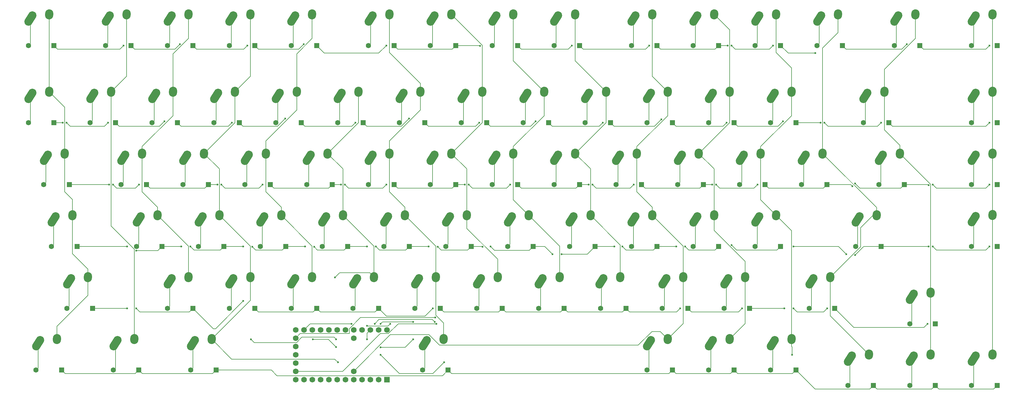
<source format=gbr>
%TF.GenerationSoftware,KiCad,Pcbnew,9.0.2*%
%TF.CreationDate,2025-11-06T13:36:45-05:00*%
%TF.ProjectId,750-THR-Earthtyper,3735302d-5448-4522-9d45-617274687479,rev?*%
%TF.SameCoordinates,Original*%
%TF.FileFunction,Copper,L1,Top*%
%TF.FilePolarity,Positive*%
%FSLAX46Y46*%
G04 Gerber Fmt 4.6, Leading zero omitted, Abs format (unit mm)*
G04 Created by KiCad (PCBNEW 9.0.2) date 2025-11-06 13:36:45*
%MOMM*%
%LPD*%
G01*
G04 APERTURE LIST*
G04 Aperture macros list*
%AMHorizOval*
0 Thick line with rounded ends*
0 $1 width*
0 $2 $3 position (X,Y) of the first rounded end (center of the circle)*
0 $4 $5 position (X,Y) of the second rounded end (center of the circle)*
0 Add line between two ends*
20,1,$1,$2,$3,$4,$5,0*
0 Add two circle primitives to create the rounded ends*
1,1,$1,$2,$3*
1,1,$1,$4,$5*%
G04 Aperture macros list end*
%TA.AperFunction,ComponentPad*%
%ADD10HorizOval,2.500000X-0.604462X-0.948815X0.604462X0.948815X0*%
%TD*%
%TA.AperFunction,ComponentPad*%
%ADD11HorizOval,2.500000X-0.019724X-0.289328X0.019724X0.289328X0*%
%TD*%
%TA.AperFunction,ComponentPad*%
%ADD12R,1.600000X1.600000*%
%TD*%
%TA.AperFunction,ComponentPad*%
%ADD13C,1.600000*%
%TD*%
%TA.AperFunction,ComponentPad*%
%ADD14R,1.752600X1.752600*%
%TD*%
%TA.AperFunction,ComponentPad*%
%ADD15C,1.752600*%
%TD*%
%TA.AperFunction,ViaPad*%
%ADD16C,0.600000*%
%TD*%
%TA.AperFunction,Conductor*%
%ADD17C,0.200000*%
%TD*%
G04 APERTURE END LIST*
D10*
%TO.P,K40,1*%
%TO.N,Net-(D40-A)*%
X174043350Y84050700D03*
D11*
%TO.P,K40,2*%
%TO.N,col10*%
X179818350Y85320700D03*
%TD*%
D10*
%TO.P,K8,1*%
%TO.N,Net-(D8-A)*%
X136146550Y126684600D03*
D11*
%TO.P,K8,2*%
%TO.N,col8*%
X141921550Y127954600D03*
%TD*%
D10*
%TO.P,K58,1*%
%TO.N,Net-(D58-A)*%
X247468400Y65102300D03*
D11*
%TO.P,K58,2*%
%TO.N,col13*%
X253243400Y66372300D03*
%TD*%
D10*
%TO.P,K75,1*%
%TO.N,Net-(D75-A)*%
X114829600Y27205500D03*
D11*
%TO.P,K75,2*%
%TO.N,col6*%
X120604600Y28475500D03*
%TD*%
D10*
%TO.P,K76,1*%
%TO.N,Net-(D76-A)*%
X183517550Y27205500D03*
D11*
%TO.P,K76,2*%
%TO.N,col10*%
X189292550Y28475500D03*
%TD*%
D10*
%TO.P,K50,1*%
%TO.N,Net-(D50-A)*%
X84038450Y65102300D03*
D11*
%TO.P,K50,2*%
%TO.N,col5*%
X89813450Y66372300D03*
%TD*%
D10*
%TO.P,K48,1*%
%TO.N,Net-(D48-A)*%
X46141650Y65102300D03*
D11*
%TO.P,K48,2*%
%TO.N,col3*%
X51916650Y66372300D03*
%TD*%
D10*
%TO.P,K23,1*%
%TO.N,Net-(D23-A)*%
X126672350Y102999100D03*
D11*
%TO.P,K23,2*%
%TO.N,col7*%
X132447350Y104269100D03*
%TD*%
D10*
%TO.P,K69,1*%
%TO.N,Net-(D69-A)*%
X188254650Y46153900D03*
D11*
%TO.P,K69,2*%
%TO.N,col10*%
X194029650Y47423900D03*
%TD*%
D10*
%TO.P,K54,1*%
%TO.N,Net-(D54-A)*%
X159832050Y65102300D03*
D11*
%TO.P,K54,2*%
%TO.N,col9*%
X165607050Y66372300D03*
%TD*%
D10*
%TO.P,K51,1*%
%TO.N,Net-(D51-A)*%
X102986850Y65102300D03*
D11*
%TO.P,K51,2*%
%TO.N,col6*%
X108761850Y66372300D03*
%TD*%
D10*
%TO.P,K63,1*%
%TO.N,Net-(D63-A)*%
X74564250Y46153900D03*
D11*
%TO.P,K63,2*%
%TO.N,col4*%
X80339250Y47423900D03*
%TD*%
D10*
%TO.P,K14,1*%
%TO.N,Net-(D14-A)*%
X259311150Y126684600D03*
D11*
%TO.P,K14,2*%
%TO.N,col14*%
X265086150Y127954600D03*
%TD*%
D10*
%TO.P,K43,1*%
%TO.N,Net-(D43-A)*%
X230888550Y84050700D03*
D11*
%TO.P,K43,2*%
%TO.N,col13*%
X236663550Y85320700D03*
%TD*%
D10*
%TO.P,K44,1*%
%TO.N,Net-(D44-A)*%
X254574050Y84050700D03*
D11*
%TO.P,K44,2*%
%TO.N,col14*%
X260349050Y85320700D03*
%TD*%
D10*
%TO.P,K57,1*%
%TO.N,Net-(D57-A)*%
X216677250Y65102300D03*
D11*
%TO.P,K57,2*%
%TO.N,col12*%
X222452250Y66372300D03*
%TD*%
D10*
%TO.P,K24,1*%
%TO.N,Net-(D24-A)*%
X145620750Y102999100D03*
D11*
%TO.P,K24,2*%
%TO.N,col8*%
X151395750Y104269100D03*
%TD*%
D10*
%TO.P,K39,1*%
%TO.N,Net-(D39-A)*%
X155094950Y84050700D03*
D11*
%TO.P,K39,2*%
%TO.N,col9*%
X160869950Y85320700D03*
%TD*%
D10*
%TO.P,K65,1*%
%TO.N,Net-(D65-A)*%
X112461050Y46153900D03*
D11*
%TO.P,K65,2*%
%TO.N,col6*%
X118236050Y47423900D03*
%TD*%
D10*
%TO.P,K7,1*%
%TO.N,Net-(D7-A)*%
X117198150Y126684600D03*
D11*
%TO.P,K7,2*%
%TO.N,col7*%
X122973150Y127954600D03*
%TD*%
D10*
%TO.P,K20,1*%
%TO.N,Net-(D20-A)*%
X69827150Y102999100D03*
D11*
%TO.P,K20,2*%
%TO.N,col4*%
X75602150Y104269100D03*
%TD*%
D10*
%TO.P,K72,1*%
%TO.N,Net-(D72-A)*%
X-3597900Y27205500D03*
D11*
%TO.P,K72,2*%
%TO.N,col0*%
X2177100Y28475500D03*
%TD*%
D10*
%TO.P,K68,1*%
%TO.N,Net-(D68-A)*%
X168963350Y46153900D03*
D11*
%TO.P,K68,2*%
%TO.N,col9*%
X174738350Y47423900D03*
%TD*%
D10*
%TO.P,K81,1*%
%TO.N,Net-(D81-A)*%
X264048250Y22468400D03*
D11*
%TO.P,K81,2*%
%TO.N,col14*%
X269823250Y23738400D03*
%TD*%
D10*
%TO.P,K74,1*%
%TO.N,Net-(D74-A)*%
X43773100Y27205500D03*
D11*
%TO.P,K74,2*%
%TO.N,col3*%
X49548100Y28475500D03*
%TD*%
D10*
%TO.P,K35,1*%
%TO.N,Net-(D35-A)*%
X79301350Y84050700D03*
D11*
%TO.P,K35,2*%
%TO.N,col5*%
X85076350Y85320700D03*
%TD*%
D10*
%TO.P,K66,1*%
%TO.N,Net-(D66-A)*%
X131409450Y46153900D03*
D11*
%TO.P,K66,2*%
%TO.N,col7*%
X137184450Y47423900D03*
%TD*%
D10*
%TO.P,K38,1*%
%TO.N,Net-(D38-A)*%
X136146550Y84050700D03*
D11*
%TO.P,K38,2*%
%TO.N,col8*%
X141921550Y85320700D03*
%TD*%
D10*
%TO.P,K3,1*%
%TO.N,Net-(D3-A)*%
X36667450Y126684600D03*
D11*
%TO.P,K3,2*%
%TO.N,col2*%
X42442450Y127954600D03*
%TD*%
D10*
%TO.P,K67,1*%
%TO.N,Net-(D67-A)*%
X150357850Y46153900D03*
D11*
%TO.P,K67,2*%
%TO.N,col8*%
X156132850Y47423900D03*
%TD*%
D10*
%TO.P,K79,1*%
%TO.N,Net-(D79-A)*%
X245099850Y22468400D03*
D11*
%TO.P,K79,2*%
%TO.N,col13*%
X250874850Y23738400D03*
%TD*%
D10*
%TO.P,K10,1*%
%TO.N,Net-(D10-A)*%
X178780450Y126684600D03*
D11*
%TO.P,K10,2*%
%TO.N,col10*%
X184555450Y127954600D03*
%TD*%
D10*
%TO.P,K64,1*%
%TO.N,Net-(D64-A)*%
X93512650Y46153900D03*
D11*
%TO.P,K64,2*%
%TO.N,col5*%
X99287650Y47423900D03*
%TD*%
D10*
%TO.P,K32,1*%
%TO.N,Net-(D32-A)*%
X22456150Y84050700D03*
D11*
%TO.P,K32,2*%
%TO.N,col2*%
X28231150Y85320700D03*
%TD*%
D10*
%TO.P,K61,1*%
%TO.N,Net-(D61-A)*%
X36667450Y46153900D03*
D11*
%TO.P,K61,2*%
%TO.N,col2*%
X42442450Y47423900D03*
%TD*%
D10*
%TO.P,K33,1*%
%TO.N,Net-(D33-A)*%
X41404550Y84050700D03*
D11*
%TO.P,K33,2*%
%TO.N,col3*%
X47179550Y85320700D03*
%TD*%
D10*
%TO.P,K52,1*%
%TO.N,Net-(D52-A)*%
X121935250Y65102300D03*
D11*
%TO.P,K52,2*%
%TO.N,col7*%
X127710250Y66372300D03*
%TD*%
D10*
%TO.P,K30,1*%
%TO.N,Net-(D30-A)*%
X282996650Y102999100D03*
D11*
%TO.P,K30,2*%
%TO.N,col15*%
X288771650Y104269100D03*
%TD*%
D10*
%TO.P,K56,1*%
%TO.N,Net-(D56-A)*%
X197728850Y65102300D03*
D11*
%TO.P,K56,2*%
%TO.N,col11*%
X203503850Y66372300D03*
%TD*%
D10*
%TO.P,K73,1*%
%TO.N,Net-(D73-A)*%
X20087600Y27205500D03*
D11*
%TO.P,K73,2*%
%TO.N,col1*%
X25862600Y28475500D03*
%TD*%
D10*
%TO.P,K82,1*%
%TO.N,Net-(D82-A)*%
X282996650Y22468400D03*
D11*
%TO.P,K82,2*%
%TO.N,col15*%
X288771650Y23738400D03*
%TD*%
D10*
%TO.P,K37,1*%
%TO.N,Net-(D37-A)*%
X117198150Y84050700D03*
D11*
%TO.P,K37,2*%
%TO.N,col7*%
X122973150Y85320700D03*
%TD*%
D10*
%TO.P,K49,1*%
%TO.N,Net-(D49-A)*%
X65090050Y65102300D03*
D11*
%TO.P,K49,2*%
%TO.N,col4*%
X70865050Y66372300D03*
%TD*%
D10*
%TO.P,K21,1*%
%TO.N,Net-(D21-A)*%
X88775550Y102999100D03*
D11*
%TO.P,K21,2*%
%TO.N,col5*%
X94550550Y104269100D03*
%TD*%
D10*
%TO.P,K12,1*%
%TO.N,Net-(D12-A)*%
X216677250Y126684600D03*
D11*
%TO.P,K12,2*%
%TO.N,col12*%
X222452250Y127954600D03*
%TD*%
D10*
%TO.P,K1,1*%
%TO.N,Net-(D1-A)*%
X-5966450Y126684600D03*
D11*
%TO.P,K1,2*%
%TO.N,col0*%
X-191450Y127954600D03*
%TD*%
D10*
%TO.P,K77,1*%
%TO.N,Net-(D77-A)*%
X202465950Y27205500D03*
D11*
%TO.P,K77,2*%
%TO.N,col11*%
X208240950Y28475500D03*
%TD*%
D10*
%TO.P,K29,1*%
%TO.N,Net-(D29-A)*%
X249836950Y102999100D03*
D11*
%TO.P,K29,2*%
%TO.N,col14*%
X255611950Y104269100D03*
%TD*%
D10*
%TO.P,K18,1*%
%TO.N,Net-(D18-A)*%
X31930350Y102999100D03*
D11*
%TO.P,K18,2*%
%TO.N,col2*%
X37705350Y104269100D03*
%TD*%
D10*
%TO.P,K13,1*%
%TO.N,Net-(D13-A)*%
X235625650Y126684600D03*
D11*
%TO.P,K13,2*%
%TO.N,col13*%
X241400650Y127954600D03*
%TD*%
D10*
%TO.P,K70,1*%
%TO.N,Net-(D70-A)*%
X207203050Y46153900D03*
D11*
%TO.P,K70,2*%
%TO.N,col11*%
X212978050Y47423900D03*
%TD*%
D10*
%TO.P,K41,1*%
%TO.N,Net-(D41-A)*%
X192991750Y84050700D03*
D11*
%TO.P,K41,2*%
%TO.N,col11*%
X198766750Y85320700D03*
%TD*%
D10*
%TO.P,K60,1*%
%TO.N,Net-(D60-A)*%
X5876300Y46153900D03*
D11*
%TO.P,K60,2*%
%TO.N,col0*%
X11651300Y47423900D03*
%TD*%
D10*
%TO.P,K15,1*%
%TO.N,Net-(D15-A)*%
X282996650Y126684600D03*
D11*
%TO.P,K15,2*%
%TO.N,col15*%
X288771650Y127954600D03*
%TD*%
D10*
%TO.P,K22,1*%
%TO.N,Net-(D22-A)*%
X107723950Y102999100D03*
D11*
%TO.P,K22,2*%
%TO.N,col6*%
X113498950Y104269100D03*
%TD*%
D10*
%TO.P,K9,1*%
%TO.N,Net-(D9-A)*%
X155094950Y126684600D03*
D11*
%TO.P,K9,2*%
%TO.N,col9*%
X160869950Y127954600D03*
%TD*%
D10*
%TO.P,K27,1*%
%TO.N,Net-(D27-A)*%
X202465950Y102999100D03*
D11*
%TO.P,K27,2*%
%TO.N,col11*%
X208240950Y104269100D03*
%TD*%
D10*
%TO.P,K45,1*%
%TO.N,Net-(D45-A)*%
X282996650Y84050700D03*
D11*
%TO.P,K45,2*%
%TO.N,col15*%
X288771650Y85320700D03*
%TD*%
D10*
%TO.P,K4,1*%
%TO.N,Net-(D4-A)*%
X55615850Y126684600D03*
D11*
%TO.P,K4,2*%
%TO.N,col3*%
X61390850Y127954600D03*
%TD*%
D10*
%TO.P,K34,1*%
%TO.N,Net-(D34-A)*%
X60352950Y84050700D03*
D11*
%TO.P,K34,2*%
%TO.N,col4*%
X66127950Y85320700D03*
%TD*%
D10*
%TO.P,K42,1*%
%TO.N,Net-(D42-A)*%
X211940150Y84050700D03*
D11*
%TO.P,K42,2*%
%TO.N,col12*%
X217715150Y85320700D03*
%TD*%
D10*
%TO.P,K62,1*%
%TO.N,Net-(D62-A)*%
X55615850Y46153900D03*
D11*
%TO.P,K62,2*%
%TO.N,col3*%
X61390850Y47423900D03*
%TD*%
D10*
%TO.P,K26,1*%
%TO.N,Net-(D26-A)*%
X183517550Y102999100D03*
D11*
%TO.P,K26,2*%
%TO.N,col10*%
X189292550Y104269100D03*
%TD*%
D10*
%TO.P,K19,1*%
%TO.N,Net-(D19-A)*%
X50878750Y102999100D03*
D11*
%TO.P,K19,2*%
%TO.N,col3*%
X56653750Y104269100D03*
%TD*%
D10*
%TO.P,K55,1*%
%TO.N,Net-(D55-A)*%
X178780450Y65102300D03*
D11*
%TO.P,K55,2*%
%TO.N,col10*%
X184555450Y66372300D03*
%TD*%
D10*
%TO.P,K31,1*%
%TO.N,Net-(D31-A)*%
X-1229350Y84050700D03*
D11*
%TO.P,K31,2*%
%TO.N,col0*%
X4545650Y85320700D03*
%TD*%
D10*
%TO.P,K59,1*%
%TO.N,Net-(D59-A)*%
X282996650Y65254700D03*
D11*
%TO.P,K59,2*%
%TO.N,col15*%
X288771650Y66524700D03*
%TD*%
D10*
%TO.P,K78,1*%
%TO.N,Net-(D78-A)*%
X221414350Y27205500D03*
D11*
%TO.P,K78,2*%
%TO.N,col12*%
X227189350Y28475500D03*
%TD*%
D10*
%TO.P,K53,1*%
%TO.N,Net-(D53-A)*%
X140883650Y65102300D03*
D11*
%TO.P,K53,2*%
%TO.N,col8*%
X146658650Y66372300D03*
%TD*%
D10*
%TO.P,K6,1*%
%TO.N,Net-(D6-A)*%
X98249750Y126684600D03*
D11*
%TO.P,K6,2*%
%TO.N,col6*%
X104024750Y127954600D03*
%TD*%
D10*
%TO.P,K25,1*%
%TO.N,Net-(D25-A)*%
X164569150Y102999100D03*
D11*
%TO.P,K25,2*%
%TO.N,col9*%
X170344150Y104269100D03*
%TD*%
D10*
%TO.P,K36,1*%
%TO.N,Net-(D36-A)*%
X98249750Y84050700D03*
D11*
%TO.P,K36,2*%
%TO.N,col6*%
X104024750Y85320700D03*
%TD*%
D10*
%TO.P,K16,1*%
%TO.N,Net-(D16-A)*%
X-5966450Y102999100D03*
D11*
%TO.P,K16,2*%
%TO.N,col0*%
X-191450Y104269100D03*
%TD*%
D10*
%TO.P,K71,1*%
%TO.N,Net-(D71-A)*%
X233257100Y46153900D03*
D11*
%TO.P,K71,2*%
%TO.N,col13*%
X239032100Y47423900D03*
%TD*%
D10*
%TO.P,K46,1*%
%TO.N,Net-(D46-A)*%
X1139200Y65102300D03*
D11*
%TO.P,K46,2*%
%TO.N,col0*%
X6914200Y66372300D03*
%TD*%
D10*
%TO.P,K80,1*%
%TO.N,Net-(D80-A)*%
X264048250Y41416800D03*
D11*
%TO.P,K80,2*%
%TO.N,col14*%
X269823250Y42686800D03*
%TD*%
D10*
%TO.P,K28,1*%
%TO.N,Net-(D28-A)*%
X221414350Y102999100D03*
D11*
%TO.P,K28,2*%
%TO.N,col12*%
X227189350Y104269100D03*
%TD*%
D10*
%TO.P,K11,1*%
%TO.N,Net-(D11-A)*%
X197728850Y126684600D03*
D11*
%TO.P,K11,2*%
%TO.N,col11*%
X203503850Y127954600D03*
%TD*%
D10*
%TO.P,K5,1*%
%TO.N,Net-(D5-A)*%
X74564250Y126684600D03*
D11*
%TO.P,K5,2*%
%TO.N,col4*%
X80339250Y127954600D03*
%TD*%
D10*
%TO.P,K47,1*%
%TO.N,Net-(D47-A)*%
X27193250Y65102300D03*
D11*
%TO.P,K47,2*%
%TO.N,col2*%
X32968250Y66372300D03*
%TD*%
D10*
%TO.P,K17,1*%
%TO.N,Net-(D17-A)*%
X12981950Y102999100D03*
D11*
%TO.P,K17,2*%
%TO.N,col1*%
X18756950Y104269100D03*
%TD*%
D10*
%TO.P,K2,1*%
%TO.N,Net-(D2-A)*%
X17719050Y126684600D03*
D11*
%TO.P,K2,2*%
%TO.N,col1*%
X23494050Y127954600D03*
%TD*%
D12*
%TO.P,D57,1,K*%
%TO.N,row3*%
X223832250Y56845200D03*
D13*
%TO.P,D57,2,A*%
%TO.N,Net-(D57-A)*%
X216032250Y56845200D03*
%TD*%
D12*
%TO.P,D33,1,K*%
%TO.N,row2*%
X48559550Y75793600D03*
D13*
%TO.P,D33,2,A*%
%TO.N,Net-(D33-A)*%
X40759550Y75793600D03*
%TD*%
D12*
%TO.P,D40,1,K*%
%TO.N,row2*%
X181198350Y75793600D03*
D13*
%TO.P,D40,2,A*%
%TO.N,Net-(D40-A)*%
X173398350Y75793600D03*
%TD*%
D12*
%TO.P,D71,1,K*%
%TO.N,row4*%
X240412100Y37896800D03*
D13*
%TO.P,D71,2,A*%
%TO.N,Net-(D71-A)*%
X232612100Y37896800D03*
%TD*%
D12*
%TO.P,D43,1,K*%
%TO.N,row2*%
X238043550Y75793600D03*
D13*
%TO.P,D43,2,A*%
%TO.N,Net-(D43-A)*%
X230243550Y75793600D03*
%TD*%
D12*
%TO.P,D50,1,K*%
%TO.N,row3*%
X91193450Y56845200D03*
D13*
%TO.P,D50,2,A*%
%TO.N,Net-(D50-A)*%
X83393450Y56845200D03*
%TD*%
D12*
%TO.P,D21,1,K*%
%TO.N,row1*%
X95930550Y94742000D03*
D13*
%TO.P,D21,2,A*%
%TO.N,Net-(D21-A)*%
X88130550Y94742000D03*
%TD*%
D12*
%TO.P,D65,1,K*%
%TO.N,row4*%
X119616050Y37896800D03*
D13*
%TO.P,D65,2,A*%
%TO.N,Net-(D65-A)*%
X111816050Y37896800D03*
%TD*%
D12*
%TO.P,D6,1,K*%
%TO.N,row0*%
X105404750Y118427500D03*
D13*
%TO.P,D6,2,A*%
%TO.N,Net-(D6-A)*%
X97604750Y118427500D03*
%TD*%
D12*
%TO.P,D14,1,K*%
%TO.N,row0*%
X266466150Y118427500D03*
D13*
%TO.P,D14,2,A*%
%TO.N,Net-(D14-A)*%
X258666150Y118427500D03*
%TD*%
D12*
%TO.P,D72,1,K*%
%TO.N,row5*%
X3557100Y18948400D03*
D13*
%TO.P,D72,2,A*%
%TO.N,Net-(D72-A)*%
X-4242900Y18948400D03*
%TD*%
D12*
%TO.P,D70,1,K*%
%TO.N,row4*%
X214358050Y37896800D03*
D13*
%TO.P,D70,2,A*%
%TO.N,Net-(D70-A)*%
X206558050Y37896800D03*
%TD*%
D12*
%TO.P,D77,1,K*%
%TO.N,row5*%
X209620950Y18948400D03*
D13*
%TO.P,D77,2,A*%
%TO.N,Net-(D77-A)*%
X201820950Y18948400D03*
%TD*%
D12*
%TO.P,D26,1,K*%
%TO.N,row1*%
X190672550Y94742000D03*
D13*
%TO.P,D26,2,A*%
%TO.N,Net-(D26-A)*%
X182872550Y94742000D03*
%TD*%
D12*
%TO.P,D75,1,K*%
%TO.N,row5*%
X121984600Y18948400D03*
D13*
%TO.P,D75,2,A*%
%TO.N,Net-(D75-A)*%
X114184600Y18948400D03*
%TD*%
D12*
%TO.P,D69,1,K*%
%TO.N,row4*%
X195409650Y37896800D03*
D13*
%TO.P,D69,2,A*%
%TO.N,Net-(D69-A)*%
X187609650Y37896800D03*
%TD*%
D12*
%TO.P,D58,1,K*%
%TO.N,row3*%
X254623400Y56845200D03*
D13*
%TO.P,D58,2,A*%
%TO.N,Net-(D58-A)*%
X246823400Y56845200D03*
%TD*%
D12*
%TO.P,D16,1,K*%
%TO.N,row1*%
X1188550Y94742000D03*
D13*
%TO.P,D16,2,A*%
%TO.N,Net-(D16-A)*%
X-6611450Y94742000D03*
%TD*%
D12*
%TO.P,D23,1,K*%
%TO.N,row1*%
X133827350Y94742000D03*
D13*
%TO.P,D23,2,A*%
%TO.N,Net-(D23-A)*%
X126027350Y94742000D03*
%TD*%
D12*
%TO.P,D76,1,K*%
%TO.N,row5*%
X190672550Y18948400D03*
D13*
%TO.P,D76,2,A*%
%TO.N,Net-(D76-A)*%
X182872550Y18948400D03*
%TD*%
D12*
%TO.P,D68,1,K*%
%TO.N,row4*%
X176461250Y37896800D03*
D13*
%TO.P,D68,2,A*%
%TO.N,Net-(D68-A)*%
X168661250Y37896800D03*
%TD*%
D12*
%TO.P,D27,1,K*%
%TO.N,row1*%
X209620950Y94742000D03*
D13*
%TO.P,D27,2,A*%
%TO.N,Net-(D27-A)*%
X201820950Y94742000D03*
%TD*%
D12*
%TO.P,D5,1,K*%
%TO.N,row0*%
X81719250Y118427500D03*
D13*
%TO.P,D5,2,A*%
%TO.N,Net-(D5-A)*%
X73919250Y118427500D03*
%TD*%
D12*
%TO.P,D39,1,K*%
%TO.N,row2*%
X162249950Y75793600D03*
D13*
%TO.P,D39,2,A*%
%TO.N,Net-(D39-A)*%
X154449950Y75793600D03*
%TD*%
D12*
%TO.P,D45,1,K*%
%TO.N,row2*%
X290151650Y75793600D03*
D13*
%TO.P,D45,2,A*%
%TO.N,Net-(D45-A)*%
X282351650Y75793600D03*
%TD*%
D12*
%TO.P,D56,1,K*%
%TO.N,row3*%
X204883850Y56845200D03*
D13*
%TO.P,D56,2,A*%
%TO.N,Net-(D56-A)*%
X197083850Y56845200D03*
%TD*%
D12*
%TO.P,D52,1,K*%
%TO.N,row3*%
X129090250Y56845200D03*
D13*
%TO.P,D52,2,A*%
%TO.N,Net-(D52-A)*%
X121290250Y56845200D03*
%TD*%
D12*
%TO.P,D80,1,K*%
%TO.N,row4*%
X271203250Y33159700D03*
D13*
%TO.P,D80,2,A*%
%TO.N,Net-(D80-A)*%
X263403250Y33159700D03*
%TD*%
D12*
%TO.P,D28,1,K*%
%TO.N,row1*%
X228569350Y94742000D03*
D13*
%TO.P,D28,2,A*%
%TO.N,Net-(D28-A)*%
X220769350Y94742000D03*
%TD*%
D14*
%TO.P,U1,1,GND*%
%TO.N,unconnected-(U1-GND-Pad1)*%
X103219250Y16065500D03*
D15*
%TO.P,U1,2,PB0*%
%TO.N,row0*%
X100679250Y16065500D03*
%TO.P,U1,3,PB1*%
%TO.N,unconnected-(U1-PB1-Pad3)*%
X98139250Y16065500D03*
%TO.P,U1,4,PB2*%
%TO.N,row1*%
X95599250Y16065500D03*
%TO.P,U1,5,PB3*%
%TO.N,row2*%
X93059250Y16065500D03*
%TO.P,U1,6,PB7*%
%TO.N,col0*%
X90519250Y16065500D03*
%TO.P,U1,7,PD0*%
%TO.N,col3*%
X87979250Y16065500D03*
%TO.P,U1,8,PD1*%
%TO.N,col4*%
X85439250Y16065500D03*
%TO.P,U1,9,PD2*%
%TO.N,col5*%
X82899250Y16065500D03*
%TO.P,U1,10,PD3*%
%TO.N,col6*%
X80359250Y16065500D03*
%TO.P,U1,11,PC6*%
%TO.N,col1*%
X77819250Y16065500D03*
%TO.P,U1,12,PC7*%
%TO.N,col2*%
X75279250Y16065500D03*
%TO.P,U1,13,PD5*%
%TO.N,col8*%
X75279250Y18605500D03*
%TO.P,U1,14,VCC*%
%TO.N,unconnected-(U1-VCC-Pad14)*%
X75279250Y21145500D03*
%TO.P,U1,15,GND*%
%TO.N,unconnected-(U1-GND-Pad15)*%
X75279250Y23685500D03*
%TO.P,U1,16,RST*%
%TO.N,unconnected-(U1-RST-Pad16)*%
X75279250Y26225500D03*
%TO.P,U1,17,PD4*%
%TO.N,col7*%
X75279250Y28765500D03*
%TO.P,U1,18,PD6*%
%TO.N,unconnected-(U1-PD6-Pad18)*%
X75279250Y31305500D03*
%TO.P,U1,19,PD7*%
%TO.N,col9*%
X77819250Y31305500D03*
%TO.P,U1,20,PB4*%
%TO.N,row3*%
X80359250Y31305500D03*
%TO.P,U1,21,PB5*%
%TO.N,row4*%
X82899250Y31305500D03*
%TO.P,U1,22,PB6*%
%TO.N,row5*%
X85439250Y31305500D03*
%TO.P,U1,23,PF7*%
%TO.N,unconnected-(U1-PF7-Pad23)*%
X87979250Y31305500D03*
%TO.P,U1,24,PF6*%
%TO.N,col15*%
X90519250Y31305500D03*
%TO.P,U1,25,PF5*%
%TO.N,col14*%
X93059250Y31305500D03*
%TO.P,U1,26,PF4*%
%TO.N,col13*%
X95599250Y31305500D03*
%TO.P,U1,27,PF1*%
%TO.N,col12*%
X98139250Y31305500D03*
%TO.P,U1,28,PF0*%
%TO.N,col11*%
X100679250Y31305500D03*
%TO.P,U1,29,VCC*%
%TO.N,unconnected-(U1-VCC-Pad29)*%
X103219250Y31305500D03*
%TO.P,U1,30,AREF*%
%TO.N,unconnected-(U1-AREF-Pad30)*%
X93059250Y28765500D03*
%TO.P,U1,31,PE6*%
%TO.N,col10*%
X93059250Y18605500D03*
%TD*%
D12*
%TO.P,D30,1,K*%
%TO.N,row1*%
X290151650Y94742000D03*
D13*
%TO.P,D30,2,A*%
%TO.N,Net-(D30-A)*%
X282351650Y94742000D03*
%TD*%
D12*
%TO.P,D55,1,K*%
%TO.N,row3*%
X185935450Y56845200D03*
D13*
%TO.P,D55,2,A*%
%TO.N,Net-(D55-A)*%
X178135450Y56845200D03*
%TD*%
D12*
%TO.P,D79,1,K*%
%TO.N,row5*%
X252254850Y14211300D03*
D13*
%TO.P,D79,2,A*%
%TO.N,Net-(D79-A)*%
X244454850Y14211300D03*
%TD*%
D12*
%TO.P,D29,1,K*%
%TO.N,row1*%
X256991950Y94742000D03*
D13*
%TO.P,D29,2,A*%
%TO.N,Net-(D29-A)*%
X249191950Y94742000D03*
%TD*%
D12*
%TO.P,D74,1,K*%
%TO.N,row5*%
X50928100Y18948400D03*
D13*
%TO.P,D74,2,A*%
%TO.N,Net-(D74-A)*%
X43128100Y18948400D03*
%TD*%
D12*
%TO.P,D44,1,K*%
%TO.N,row2*%
X261729050Y75793600D03*
D13*
%TO.P,D44,2,A*%
%TO.N,Net-(D44-A)*%
X253929050Y75793600D03*
%TD*%
D12*
%TO.P,D64,1,K*%
%TO.N,row4*%
X100667650Y37896800D03*
D13*
%TO.P,D64,2,A*%
%TO.N,Net-(D64-A)*%
X92867650Y37896800D03*
%TD*%
D12*
%TO.P,D24,1,K*%
%TO.N,row1*%
X152775750Y94742000D03*
D13*
%TO.P,D24,2,A*%
%TO.N,Net-(D24-A)*%
X144975750Y94742000D03*
%TD*%
D12*
%TO.P,D73,1,K*%
%TO.N,row5*%
X27242600Y18948400D03*
D13*
%TO.P,D73,2,A*%
%TO.N,Net-(D73-A)*%
X19442600Y18948400D03*
%TD*%
D12*
%TO.P,D12,1,K*%
%TO.N,row0*%
X223832250Y118427500D03*
D13*
%TO.P,D12,2,A*%
%TO.N,Net-(D12-A)*%
X216032250Y118427500D03*
%TD*%
D12*
%TO.P,D81,1,K*%
%TO.N,row5*%
X271203250Y14211300D03*
D13*
%TO.P,D81,2,A*%
%TO.N,Net-(D81-A)*%
X263403250Y14211300D03*
%TD*%
D12*
%TO.P,D78,1,K*%
%TO.N,row5*%
X228569350Y18948400D03*
D13*
%TO.P,D78,2,A*%
%TO.N,Net-(D78-A)*%
X220769350Y18948400D03*
%TD*%
D12*
%TO.P,D38,1,K*%
%TO.N,row2*%
X143301550Y75793600D03*
D13*
%TO.P,D38,2,A*%
%TO.N,Net-(D38-A)*%
X135501550Y75793600D03*
%TD*%
D12*
%TO.P,D41,1,K*%
%TO.N,row2*%
X200146750Y75793600D03*
D13*
%TO.P,D41,2,A*%
%TO.N,Net-(D41-A)*%
X192346750Y75793600D03*
%TD*%
D12*
%TO.P,D13,1,K*%
%TO.N,row0*%
X242780650Y118427500D03*
D13*
%TO.P,D13,2,A*%
%TO.N,Net-(D13-A)*%
X234980650Y118427500D03*
%TD*%
D12*
%TO.P,D10,1,K*%
%TO.N,row0*%
X185935450Y118427500D03*
D13*
%TO.P,D10,2,A*%
%TO.N,Net-(D10-A)*%
X178135450Y118427500D03*
%TD*%
D12*
%TO.P,D60,1,K*%
%TO.N,row4*%
X13031300Y37896800D03*
D13*
%TO.P,D60,2,A*%
%TO.N,Net-(D60-A)*%
X5231300Y37896800D03*
%TD*%
D12*
%TO.P,D42,1,K*%
%TO.N,row2*%
X219095150Y75793600D03*
D13*
%TO.P,D42,2,A*%
%TO.N,Net-(D42-A)*%
X211295150Y75793600D03*
%TD*%
D12*
%TO.P,D53,1,K*%
%TO.N,row3*%
X148038650Y56845200D03*
D13*
%TO.P,D53,2,A*%
%TO.N,Net-(D53-A)*%
X140238650Y56845200D03*
%TD*%
D12*
%TO.P,D61,1,K*%
%TO.N,row4*%
X43822450Y37896800D03*
D13*
%TO.P,D61,2,A*%
%TO.N,Net-(D61-A)*%
X36022450Y37896800D03*
%TD*%
D12*
%TO.P,D48,1,K*%
%TO.N,row3*%
X53296650Y56845200D03*
D13*
%TO.P,D48,2,A*%
%TO.N,Net-(D48-A)*%
X45496650Y56845200D03*
%TD*%
D12*
%TO.P,D49,1,K*%
%TO.N,row3*%
X72245050Y56845200D03*
D13*
%TO.P,D49,2,A*%
%TO.N,Net-(D49-A)*%
X64445050Y56845200D03*
%TD*%
D12*
%TO.P,D62,1,K*%
%TO.N,row4*%
X62770850Y37896800D03*
D13*
%TO.P,D62,2,A*%
%TO.N,Net-(D62-A)*%
X54970850Y37896800D03*
%TD*%
D12*
%TO.P,D19,1,K*%
%TO.N,row1*%
X58033750Y94742000D03*
D13*
%TO.P,D19,2,A*%
%TO.N,Net-(D19-A)*%
X50233750Y94742000D03*
%TD*%
D12*
%TO.P,D1,1,K*%
%TO.N,row0*%
X1188550Y118427500D03*
D13*
%TO.P,D1,2,A*%
%TO.N,Net-(D1-A)*%
X-6611450Y118427500D03*
%TD*%
D12*
%TO.P,D20,1,K*%
%TO.N,row1*%
X76982150Y94742000D03*
D13*
%TO.P,D20,2,A*%
%TO.N,Net-(D20-A)*%
X69182150Y94742000D03*
%TD*%
D12*
%TO.P,D37,1,K*%
%TO.N,row2*%
X124353150Y75793600D03*
D13*
%TO.P,D37,2,A*%
%TO.N,Net-(D37-A)*%
X116553150Y75793600D03*
%TD*%
D12*
%TO.P,D66,1,K*%
%TO.N,row4*%
X138564450Y37896800D03*
D13*
%TO.P,D66,2,A*%
%TO.N,Net-(D66-A)*%
X130764450Y37896800D03*
%TD*%
D12*
%TO.P,D9,1,K*%
%TO.N,row0*%
X162249950Y118427500D03*
D13*
%TO.P,D9,2,A*%
%TO.N,Net-(D9-A)*%
X154449950Y118427500D03*
%TD*%
D12*
%TO.P,D59,1,K*%
%TO.N,row3*%
X290151650Y56845200D03*
D13*
%TO.P,D59,2,A*%
%TO.N,Net-(D59-A)*%
X282351650Y56845200D03*
%TD*%
D12*
%TO.P,D8,1,K*%
%TO.N,row0*%
X143301550Y118427500D03*
D13*
%TO.P,D8,2,A*%
%TO.N,Net-(D8-A)*%
X135501550Y118427500D03*
%TD*%
D12*
%TO.P,D54,1,K*%
%TO.N,row3*%
X166987050Y56845200D03*
D13*
%TO.P,D54,2,A*%
%TO.N,Net-(D54-A)*%
X159187050Y56845200D03*
%TD*%
D12*
%TO.P,D51,1,K*%
%TO.N,row3*%
X110141850Y56845200D03*
D13*
%TO.P,D51,2,A*%
%TO.N,Net-(D51-A)*%
X102341850Y56845200D03*
%TD*%
D12*
%TO.P,D18,1,K*%
%TO.N,row1*%
X39085350Y94742000D03*
D13*
%TO.P,D18,2,A*%
%TO.N,Net-(D18-A)*%
X31285350Y94742000D03*
%TD*%
D12*
%TO.P,D32,1,K*%
%TO.N,row2*%
X29611150Y75793600D03*
D13*
%TO.P,D32,2,A*%
%TO.N,Net-(D32-A)*%
X21811150Y75793600D03*
%TD*%
D12*
%TO.P,D47,1,K*%
%TO.N,row3*%
X34348250Y56845200D03*
D13*
%TO.P,D47,2,A*%
%TO.N,Net-(D47-A)*%
X26548250Y56845200D03*
%TD*%
D12*
%TO.P,D31,1,K*%
%TO.N,row2*%
X5925650Y75793600D03*
D13*
%TO.P,D31,2,A*%
%TO.N,Net-(D31-A)*%
X-1874350Y75793600D03*
%TD*%
D12*
%TO.P,D22,1,K*%
%TO.N,row1*%
X114878950Y94742000D03*
D13*
%TO.P,D22,2,A*%
%TO.N,Net-(D22-A)*%
X107078950Y94742000D03*
%TD*%
D12*
%TO.P,D17,1,K*%
%TO.N,row1*%
X20136950Y94742000D03*
D13*
%TO.P,D17,2,A*%
%TO.N,Net-(D17-A)*%
X12336950Y94742000D03*
%TD*%
D12*
%TO.P,D82,1,K*%
%TO.N,row5*%
X290151650Y14211300D03*
D13*
%TO.P,D82,2,A*%
%TO.N,Net-(D82-A)*%
X282351650Y14211300D03*
%TD*%
D12*
%TO.P,D15,1,K*%
%TO.N,row0*%
X290151650Y118427500D03*
D13*
%TO.P,D15,2,A*%
%TO.N,Net-(D15-A)*%
X282351650Y118427500D03*
%TD*%
D12*
%TO.P,D34,1,K*%
%TO.N,row2*%
X67507950Y75793600D03*
D13*
%TO.P,D34,2,A*%
%TO.N,Net-(D34-A)*%
X59707950Y75793600D03*
%TD*%
D12*
%TO.P,D36,1,K*%
%TO.N,row2*%
X105404750Y75793600D03*
D13*
%TO.P,D36,2,A*%
%TO.N,Net-(D36-A)*%
X97604750Y75793600D03*
%TD*%
D12*
%TO.P,D25,1,K*%
%TO.N,row1*%
X171724150Y94742000D03*
D13*
%TO.P,D25,2,A*%
%TO.N,Net-(D25-A)*%
X163924150Y94742000D03*
%TD*%
D12*
%TO.P,D63,1,K*%
%TO.N,row4*%
X81719250Y37896800D03*
D13*
%TO.P,D63,2,A*%
%TO.N,Net-(D63-A)*%
X73919250Y37896800D03*
%TD*%
D12*
%TO.P,D67,1,K*%
%TO.N,row4*%
X157512850Y37896800D03*
D13*
%TO.P,D67,2,A*%
%TO.N,Net-(D67-A)*%
X149712850Y37896800D03*
%TD*%
D12*
%TO.P,D3,1,K*%
%TO.N,row0*%
X43822450Y118427500D03*
D13*
%TO.P,D3,2,A*%
%TO.N,Net-(D3-A)*%
X36022450Y118427500D03*
%TD*%
D12*
%TO.P,D35,1,K*%
%TO.N,row2*%
X86456350Y75793600D03*
D13*
%TO.P,D35,2,A*%
%TO.N,Net-(D35-A)*%
X78656350Y75793600D03*
%TD*%
D12*
%TO.P,D46,1,K*%
%TO.N,row3*%
X8294200Y56845200D03*
D13*
%TO.P,D46,2,A*%
%TO.N,Net-(D46-A)*%
X494200Y56845200D03*
%TD*%
D12*
%TO.P,D11,1,K*%
%TO.N,row0*%
X204883850Y118427500D03*
D13*
%TO.P,D11,2,A*%
%TO.N,Net-(D11-A)*%
X197083850Y118427500D03*
%TD*%
D12*
%TO.P,D4,1,K*%
%TO.N,row0*%
X62770850Y118427500D03*
D13*
%TO.P,D4,2,A*%
%TO.N,Net-(D4-A)*%
X54970850Y118427500D03*
%TD*%
D12*
%TO.P,D2,1,K*%
%TO.N,row0*%
X24874050Y118427500D03*
D13*
%TO.P,D2,2,A*%
%TO.N,Net-(D2-A)*%
X17074050Y118427500D03*
%TD*%
D12*
%TO.P,D7,1,K*%
%TO.N,row0*%
X124353150Y118427500D03*
D13*
%TO.P,D7,2,A*%
%TO.N,Net-(D7-A)*%
X116553150Y118427500D03*
%TD*%
D16*
%TO.N,row0*%
X159924950Y118427500D03*
X262484785Y118851765D03*
X39841085Y118851765D03*
X287826650Y118427500D03*
X60445850Y118427500D03*
X22549050Y118427500D03*
X131806135Y118273085D03*
X221507250Y118427500D03*
X103079750Y118427500D03*
X207640950Y118427500D03*
X77737885Y118851765D03*
X234486450Y116058950D03*
X208840950Y118427500D03*
X183610450Y118427500D03*
%TO.N,row2*%
X19356950Y75793600D03*
X204103850Y75793600D03*
X140976550Y75793600D03*
X269182035Y75639185D03*
X166207050Y75793600D03*
X90413450Y75793600D03*
X89213450Y75793600D03*
X202903850Y75793600D03*
X103079750Y75793600D03*
X127110250Y75793600D03*
X165007050Y75793600D03*
X18156950Y75793600D03*
X245835660Y75300060D03*
X270423250Y75793600D03*
X128310250Y75793600D03*
X51316650Y75793600D03*
X178873350Y75793600D03*
X65182950Y75793600D03*
X52516650Y75793600D03*
X27286150Y75793600D03*
X246684190Y76148590D03*
X287826650Y75793600D03*
X216770150Y75793600D03*
%TO.N,row3*%
X116058950Y56845200D03*
X175338350Y56845200D03*
X135007350Y56845200D03*
X23685500Y56845200D03*
X97110550Y56845200D03*
X78162150Y56845200D03*
X43042450Y56845200D03*
X191852550Y56845200D03*
X208856665Y57269465D03*
X59213750Y56845200D03*
X287826650Y56845200D03*
X132516905Y56723304D03*
X153955750Y54476650D03*
X172904150Y56845200D03*
X194629650Y56845200D03*
X269223250Y56845200D03*
X270423250Y56845200D03*
X99887650Y56845200D03*
X246631290Y54174560D03*
X118836050Y56738301D03*
X80939250Y56738301D03*
X156732850Y54476650D03*
X243960650Y54476650D03*
X40265350Y56845200D03*
X61990850Y56738301D03*
X26462600Y55534514D03*
X227789350Y56845200D03*
%TO.N,row4*%
X59235336Y40116246D03*
X212033050Y37896800D03*
X23685500Y37896800D03*
X193084650Y37896800D03*
X238087100Y37896800D03*
X268878250Y33159700D03*
X225012250Y37896800D03*
X26462600Y37896800D03*
X117291050Y37896800D03*
X227789350Y37896800D03*
%TO.N,col0*%
X61582300Y28422600D03*
X87636350Y28422600D03*
%TO.N,col3*%
X88236350Y21316950D03*
%TO.N,col4*%
X80530700Y28422600D03*
X87636350Y26054050D03*
%TO.N,col7*%
X118049195Y35058025D03*
%TO.N,col8*%
X118427500Y33159700D03*
%TO.N,col9*%
X92373450Y33159700D03*
X117861813Y33759700D03*
X99479100Y33159700D03*
%TO.N,col11*%
X101256550Y25954272D03*
X111321850Y28422600D03*
%TO.N,col12*%
X227380800Y23685500D03*
X101256550Y23685500D03*
X97110550Y28422600D03*
X120796050Y21316950D03*
%TO.N,col13*%
X97110550Y32559700D03*
X104216200Y33159700D03*
%TO.N,col14*%
X101256550Y33159700D03*
X111321850Y33759700D03*
%TO.N,col5*%
X87367450Y47371000D03*
%TO.N,row1*%
X287826650Y94742000D03*
X131502350Y94742000D03*
X207295950Y94742000D03*
X5145650Y94742000D03*
X55708750Y94742000D03*
X169399150Y94742000D03*
X187307235Y95782315D03*
X237263550Y94742000D03*
X236063550Y94742000D03*
X35103985Y95166265D03*
X110015680Y96048171D03*
X17811950Y94742000D03*
X72118880Y96048171D03*
X3945650Y94742000D03*
X254666950Y94742000D03*
X224587985Y95166265D03*
X148794385Y95166265D03*
X93605550Y94742000D03*
%TD*%
D17*
%TO.N,row0*%
X267567150Y117326500D02*
X286725650Y117326500D01*
X208840950Y118427500D02*
X209941950Y117326500D01*
X182509450Y117326500D02*
X183610450Y118427500D01*
X131651720Y118427500D02*
X131806135Y118273085D01*
X243881650Y117326500D02*
X260959520Y117326500D01*
X105404750Y118427500D02*
X106505750Y117326500D01*
X106505750Y117326500D02*
X123252150Y117326500D01*
X163350950Y117326500D02*
X182509450Y117326500D01*
X185935450Y118427500D02*
X187036450Y117326500D01*
X1188550Y118427500D02*
X2289550Y117326500D01*
X24874050Y118427500D02*
X25975050Y117326500D01*
X220406250Y117326500D02*
X221507250Y118427500D01*
X123252150Y117326500D02*
X124353150Y118427500D01*
X204883850Y118427500D02*
X207640950Y118427500D01*
X187036450Y117326500D02*
X203782850Y117326500D01*
X242780650Y118427500D02*
X243881650Y117326500D01*
X38315820Y117326500D02*
X39841085Y118851765D01*
X59344850Y117326500D02*
X60445850Y118427500D01*
X81719250Y118427500D02*
X84062450Y116084300D01*
X203782850Y117326500D02*
X204883850Y118427500D01*
X100736550Y116084300D02*
X103079750Y118427500D01*
X76212620Y117326500D02*
X77737885Y118851765D01*
X143301550Y118427500D02*
X144402550Y117326500D01*
X21448050Y117326500D02*
X22549050Y118427500D01*
X84062450Y116084300D02*
X100736550Y116084300D01*
X286725650Y117326500D02*
X287826650Y118427500D01*
X2289550Y117326500D02*
X21448050Y117326500D01*
X226200800Y116058950D02*
X234486450Y116058950D01*
X43822450Y118427500D02*
X44923450Y117326500D01*
X223832250Y118427500D02*
X226200800Y116058950D01*
X260959520Y117326500D02*
X262484785Y118851765D01*
X62770850Y118427500D02*
X63871850Y117326500D01*
X44923450Y117326500D02*
X59344850Y117326500D01*
X162249950Y118427500D02*
X163350950Y117326500D01*
X63871850Y117326500D02*
X76212620Y117326500D01*
X158823950Y117326500D02*
X159924950Y118427500D01*
X124353150Y118427500D02*
X131651720Y118427500D01*
X266466150Y118427500D02*
X267567150Y117326500D01*
X209941950Y117326500D02*
X220406250Y117326500D01*
X25975050Y117326500D02*
X38315820Y117326500D01*
X144402550Y117326500D02*
X158823950Y117326500D01*
%TO.N,Net-(D1-A)*%
X-5966450Y119072500D02*
X-6611450Y118427500D01*
X-5966450Y126684600D02*
X-5966450Y119072500D01*
%TO.N,Net-(D2-A)*%
X17719050Y126684600D02*
X17719050Y119072500D01*
X17719050Y119072500D02*
X17074050Y118427500D01*
%TO.N,Net-(D3-A)*%
X36667450Y119072500D02*
X36022450Y118427500D01*
X36667450Y126684600D02*
X36667450Y119072500D01*
%TO.N,Net-(D4-A)*%
X55615850Y119072500D02*
X54970850Y118427500D01*
X55615850Y126684600D02*
X55615850Y119072500D01*
%TO.N,Net-(D5-A)*%
X74564250Y126684600D02*
X74564250Y119072500D01*
X74564250Y119072500D02*
X73919250Y118427500D01*
%TO.N,Net-(D6-A)*%
X98249750Y119072500D02*
X97604750Y118427500D01*
X98249750Y126684600D02*
X98249750Y119072500D01*
%TO.N,Net-(D7-A)*%
X117198150Y119072500D02*
X116553150Y118427500D01*
X117198150Y126684600D02*
X117198150Y119072500D01*
%TO.N,Net-(D8-A)*%
X136146550Y126684600D02*
X136146550Y119072500D01*
X136146550Y119072500D02*
X135501550Y118427500D01*
%TO.N,Net-(D9-A)*%
X155094950Y119072500D02*
X154449950Y118427500D01*
X155094950Y126684600D02*
X155094950Y119072500D01*
%TO.N,Net-(D10-A)*%
X178780450Y119072500D02*
X178135450Y118427500D01*
X178780450Y126684600D02*
X178780450Y119072500D01*
%TO.N,Net-(D11-A)*%
X197728850Y126684600D02*
X197728850Y119072500D01*
X197728850Y119072500D02*
X197083850Y118427500D01*
%TO.N,Net-(D12-A)*%
X216677250Y126684600D02*
X216677250Y119072500D01*
X216677250Y119072500D02*
X216032250Y118427500D01*
%TO.N,Net-(D13-A)*%
X235625650Y126684600D02*
X235625650Y119072500D01*
X235625650Y119072500D02*
X234980650Y118427500D01*
%TO.N,Net-(D14-A)*%
X259311150Y126684600D02*
X259311150Y119072500D01*
X259311150Y119072500D02*
X258666150Y118427500D01*
%TO.N,Net-(D15-A)*%
X282996650Y119072500D02*
X282351650Y118427500D01*
X282996650Y126684600D02*
X282996650Y119072500D01*
%TO.N,Net-(D16-A)*%
X-5966450Y95387000D02*
X-6611450Y94742000D01*
X-5966450Y102999100D02*
X-5966450Y95387000D01*
%TO.N,Net-(D17-A)*%
X12981950Y95387000D02*
X12336950Y94742000D01*
X12981950Y102999100D02*
X12981950Y95387000D01*
%TO.N,Net-(D18-A)*%
X31930350Y102999100D02*
X31930350Y95387000D01*
X31930350Y95387000D02*
X31285350Y94742000D01*
%TO.N,Net-(D19-A)*%
X50878750Y102999100D02*
X50878750Y95387000D01*
X50878750Y95387000D02*
X50233750Y94742000D01*
%TO.N,Net-(D20-A)*%
X69827150Y95387000D02*
X69182150Y94742000D01*
X69827150Y102999100D02*
X69827150Y95387000D01*
%TO.N,Net-(D21-A)*%
X88775550Y95387000D02*
X88130550Y94742000D01*
X88775550Y102999100D02*
X88775550Y95387000D01*
%TO.N,Net-(D22-A)*%
X107723950Y95387000D02*
X107078950Y94742000D01*
X107723950Y102999100D02*
X107723950Y95387000D01*
%TO.N,Net-(D23-A)*%
X126672350Y102999100D02*
X126672350Y95387000D01*
X126672350Y95387000D02*
X126027350Y94742000D01*
%TO.N,Net-(D24-A)*%
X145620750Y95387000D02*
X144975750Y94742000D01*
X145620750Y102999100D02*
X145620750Y95387000D01*
%TO.N,Net-(D25-A)*%
X164569150Y102999100D02*
X164569150Y95387000D01*
X164569150Y95387000D02*
X163924150Y94742000D01*
%TO.N,Net-(D26-A)*%
X183517550Y95387000D02*
X182872550Y94742000D01*
X183517550Y102999100D02*
X183517550Y95387000D01*
%TO.N,Net-(D27-A)*%
X202465950Y95387000D02*
X201820950Y94742000D01*
X202465950Y102999100D02*
X202465950Y95387000D01*
%TO.N,Net-(D28-A)*%
X221414350Y95387000D02*
X220769350Y94742000D01*
X221414350Y102999100D02*
X221414350Y95387000D01*
%TO.N,Net-(D29-A)*%
X249836950Y95387000D02*
X249191950Y94742000D01*
X249836950Y102999100D02*
X249836950Y95387000D01*
%TO.N,Net-(D30-A)*%
X282996650Y102999100D02*
X282996650Y95387000D01*
X282996650Y95387000D02*
X282351650Y94742000D01*
%TO.N,Net-(D31-A)*%
X-1229350Y76438600D02*
X-1874350Y75793600D01*
X-1229350Y84050700D02*
X-1229350Y76438600D01*
%TO.N,row2*%
X143301550Y75793600D02*
X144402550Y74692600D01*
X167308050Y74692600D02*
X177772350Y74692600D01*
X19356950Y75793600D02*
X20457950Y74692600D01*
X182299350Y74692600D02*
X199045750Y74692600D01*
X205204850Y74692600D02*
X215669150Y74692600D01*
X106505750Y74692600D02*
X123252150Y74692600D01*
X47458550Y74692600D02*
X48559550Y75793600D01*
X269027620Y75793600D02*
X269182035Y75639185D01*
X64081950Y74692600D02*
X65182950Y75793600D01*
X30712150Y74692600D02*
X47458550Y74692600D01*
X48559550Y75793600D02*
X51316650Y75793600D01*
X286725650Y74692600D02*
X287826650Y75793600D01*
X238043550Y75793600D02*
X245342120Y75793600D01*
X220196150Y74692600D02*
X236942550Y74692600D01*
X139875550Y74692600D02*
X140976550Y75793600D01*
X67507950Y75793600D02*
X68608950Y74692600D01*
X271524250Y74692600D02*
X286725650Y74692600D01*
X270423250Y75793600D02*
X271524250Y74692600D01*
X90413450Y75793600D02*
X91514450Y74692600D01*
X261729050Y75793600D02*
X269027620Y75793600D01*
X166207050Y75793600D02*
X167308050Y74692600D01*
X86456350Y75793600D02*
X89213450Y75793600D01*
X236942550Y74692600D02*
X238043550Y75793600D01*
X52516650Y75793600D02*
X53617650Y74692600D01*
X105404750Y75793600D02*
X106505750Y74692600D01*
X29611150Y75793600D02*
X30712150Y74692600D01*
X123252150Y74692600D02*
X124353150Y75793600D01*
X5925650Y75793600D02*
X18156950Y75793600D01*
X101978750Y74692600D02*
X103079750Y75793600D01*
X219095150Y75793600D02*
X220196150Y74692600D01*
X128310250Y75793600D02*
X129411250Y74692600D01*
X199045750Y74692600D02*
X200146750Y75793600D01*
X85355350Y74692600D02*
X86456350Y75793600D01*
X177772350Y74692600D02*
X178873350Y75793600D01*
X68608950Y74692600D02*
X85355350Y74692600D01*
X53617650Y74692600D02*
X64081950Y74692600D01*
X124353150Y75793600D02*
X127110250Y75793600D01*
X245342120Y75793600D02*
X245835660Y75300060D01*
X26185150Y74692600D02*
X27286150Y75793600D01*
X129411250Y74692600D02*
X139875550Y74692600D01*
X162249950Y75793600D02*
X165007050Y75793600D01*
X248140180Y74692600D02*
X260628050Y74692600D01*
X246684190Y76148590D02*
X248140180Y74692600D01*
X181198350Y75793600D02*
X182299350Y74692600D01*
X260628050Y74692600D02*
X261729050Y75793600D01*
X20457950Y74692600D02*
X26185150Y74692600D01*
X144402550Y74692600D02*
X161148950Y74692600D01*
X200146750Y75793600D02*
X202903850Y75793600D01*
X204103850Y75793600D02*
X205204850Y74692600D01*
X215669150Y74692600D02*
X216770150Y75793600D01*
X161148950Y74692600D02*
X162249950Y75793600D01*
X91514450Y74692600D02*
X101978750Y74692600D01*
%TO.N,Net-(D32-A)*%
X22456150Y76438600D02*
X21811150Y75793600D01*
X22456150Y84050700D02*
X22456150Y76438600D01*
%TO.N,Net-(D33-A)*%
X41404550Y84050700D02*
X41404550Y76438600D01*
X41404550Y76438600D02*
X40759550Y75793600D01*
%TO.N,Net-(D34-A)*%
X60352950Y84050700D02*
X60352950Y76438600D01*
X60352950Y76438600D02*
X59707950Y75793600D01*
%TO.N,Net-(D35-A)*%
X79301350Y76438600D02*
X78656350Y75793600D01*
X79301350Y84050700D02*
X79301350Y76438600D01*
%TO.N,Net-(D36-A)*%
X98249750Y76438600D02*
X97604750Y75793600D01*
X98249750Y84050700D02*
X98249750Y76438600D01*
%TO.N,Net-(D37-A)*%
X117198150Y84050700D02*
X117198150Y76438600D01*
X117198150Y76438600D02*
X116553150Y75793600D01*
%TO.N,Net-(D38-A)*%
X136146550Y84050700D02*
X136146550Y76438600D01*
X136146550Y76438600D02*
X135501550Y75793600D01*
%TO.N,Net-(D39-A)*%
X155094950Y84050700D02*
X155094950Y76438600D01*
X155094950Y76438600D02*
X154449950Y75793600D01*
%TO.N,Net-(D40-A)*%
X174043350Y84050700D02*
X174043350Y76438600D01*
X174043350Y76438600D02*
X173398350Y75793600D01*
%TO.N,Net-(D41-A)*%
X192991750Y84050700D02*
X192991750Y76438600D01*
X192991750Y76438600D02*
X192346750Y75793600D01*
%TO.N,Net-(D42-A)*%
X211940150Y76438600D02*
X211295150Y75793600D01*
X211940150Y84050700D02*
X211940150Y76438600D01*
%TO.N,Net-(D43-A)*%
X230888550Y84050700D02*
X230888550Y76438600D01*
X230888550Y76438600D02*
X230243550Y75793600D01*
%TO.N,Net-(D44-A)*%
X254574050Y84050700D02*
X254574050Y76438600D01*
X254574050Y76438600D02*
X253929050Y75793600D01*
%TO.N,Net-(D45-A)*%
X282996650Y84050700D02*
X282996650Y76438600D01*
X282996650Y76438600D02*
X282351650Y75793600D01*
%TO.N,Net-(D46-A)*%
X1139200Y57490200D02*
X494200Y56845200D01*
X1139200Y65102300D02*
X1139200Y57490200D01*
%TO.N,row3*%
X271524250Y55744200D02*
X286725650Y55744200D01*
X62984951Y55744200D02*
X61990850Y56738301D01*
X153955750Y54476650D02*
X151587200Y56845200D01*
X185935450Y56845200D02*
X184834450Y55744200D01*
X249301930Y56845200D02*
X246631290Y54174560D01*
X59213750Y56845200D02*
X53296650Y56845200D01*
X71144050Y55744200D02*
X62984951Y55744200D01*
X132516905Y56723304D02*
X132395009Y56845200D01*
X164618500Y54476650D02*
X156732850Y54476650D01*
X191852550Y56845200D02*
X185935450Y56845200D01*
X151587200Y56845200D02*
X148038650Y56845200D01*
X176439350Y55744200D02*
X175338350Y56845200D01*
X132395009Y56845200D02*
X129090250Y56845200D01*
X204883850Y56845200D02*
X203782850Y55744200D01*
X184834450Y55744200D02*
X176439350Y55744200D01*
X34348250Y56845200D02*
X33037564Y55534514D01*
X91193450Y56845200D02*
X90092450Y55744200D01*
X254623400Y56845200D02*
X249301930Y56845200D01*
X222731250Y55744200D02*
X210381930Y55744200D01*
X270423250Y56845200D02*
X271524250Y55744200D01*
X127989250Y55744200D02*
X119830151Y55744200D01*
X78162150Y56845200D02*
X72245050Y56845200D01*
X53296650Y56845200D02*
X52195650Y55744200D01*
X52195650Y55744200D02*
X44143450Y55744200D01*
X97110550Y56845200D02*
X91193450Y56845200D01*
X243960650Y54476650D02*
X241592100Y56845200D01*
X146841939Y55648489D02*
X136204061Y55648489D01*
X33037564Y55534514D02*
X26462600Y55534514D01*
X100988650Y55744200D02*
X99887650Y56845200D01*
X254623400Y56845200D02*
X269223250Y56845200D01*
X203782850Y55744200D02*
X195730650Y55744200D01*
X81933351Y55744200D02*
X80939250Y56738301D01*
X195730650Y55744200D02*
X194629650Y56845200D01*
X223832250Y56845200D02*
X222731250Y55744200D01*
X40265350Y56845200D02*
X34348250Y56845200D01*
X119830151Y55744200D02*
X118836050Y56738301D01*
X166987050Y56845200D02*
X164618500Y54476650D01*
X210381930Y55744200D02*
X208856665Y57269465D01*
X72245050Y56845200D02*
X71144050Y55744200D01*
X241592100Y56845200D02*
X227789350Y56845200D01*
X148038650Y56845200D02*
X146841939Y55648489D01*
X109040850Y55744200D02*
X100988650Y55744200D01*
X90092450Y55744200D02*
X81933351Y55744200D01*
X136204061Y55648489D02*
X135007350Y56845200D01*
X116058950Y56845200D02*
X110141850Y56845200D01*
X286725650Y55744200D02*
X287826650Y56845200D01*
X172904150Y56845200D02*
X166987050Y56845200D01*
X110141850Y56845200D02*
X109040850Y55744200D01*
X129090250Y56845200D02*
X127989250Y55744200D01*
X23685500Y56845200D02*
X8294200Y56845200D01*
X44143450Y55744200D02*
X43042450Y56845200D01*
%TO.N,Net-(D47-A)*%
X27193250Y57490200D02*
X26548250Y56845200D01*
X27193250Y65102300D02*
X27193250Y57490200D01*
%TO.N,Net-(D48-A)*%
X46141650Y57490200D02*
X45496650Y56845200D01*
X46141650Y65102300D02*
X46141650Y57490200D01*
%TO.N,Net-(D49-A)*%
X65090050Y65102300D02*
X65090050Y57490200D01*
X65090050Y57490200D02*
X64445050Y56845200D01*
%TO.N,Net-(D50-A)*%
X84038450Y65102300D02*
X84038450Y57490200D01*
X84038450Y57490200D02*
X83393450Y56845200D01*
%TO.N,Net-(D51-A)*%
X102986850Y57490200D02*
X102341850Y56845200D01*
X102986850Y65102300D02*
X102986850Y57490200D01*
%TO.N,Net-(D52-A)*%
X121935250Y65102300D02*
X121935250Y57490200D01*
X121935250Y57490200D02*
X121290250Y56845200D01*
%TO.N,Net-(D53-A)*%
X140883650Y57490200D02*
X140238650Y56845200D01*
X140883650Y65102300D02*
X140883650Y57490200D01*
%TO.N,Net-(D54-A)*%
X159832050Y65102300D02*
X159832050Y57490200D01*
X159832050Y57490200D02*
X159187050Y56845200D01*
%TO.N,Net-(D55-A)*%
X178780450Y65102300D02*
X178780450Y57490200D01*
X178780450Y57490200D02*
X178135450Y56845200D01*
%TO.N,Net-(D56-A)*%
X197728850Y57490200D02*
X197083850Y56845200D01*
X197728850Y65102300D02*
X197728850Y57490200D01*
%TO.N,Net-(D57-A)*%
X216677250Y65102300D02*
X216677250Y57490200D01*
X216677250Y57490200D02*
X216032250Y56845200D01*
%TO.N,Net-(D58-A)*%
X247468400Y65102300D02*
X247468400Y57490200D01*
X247468400Y57490200D02*
X246823400Y56845200D01*
%TO.N,Net-(D59-A)*%
X282996650Y65254700D02*
X282996650Y57490200D01*
X282996650Y57490200D02*
X282351650Y56845200D01*
%TO.N,Net-(D60-A)*%
X5876300Y38541800D02*
X5876300Y46153900D01*
X5231300Y37896800D02*
X5876300Y38541800D01*
%TO.N,row4*%
X210932050Y36795800D02*
X212033050Y37896800D01*
X119616050Y37896800D02*
X120717050Y36795800D01*
X228890350Y36795800D02*
X236986100Y36795800D01*
X100667650Y37896800D02*
X103036200Y35528250D01*
X137463450Y36795800D02*
X138564450Y37896800D01*
X138564450Y37896800D02*
X139665450Y36795800D01*
X196510650Y36795800D02*
X210932050Y36795800D01*
X240412100Y37896800D02*
X246250200Y32058700D01*
X80618250Y36795800D02*
X81719250Y37896800D01*
X246250200Y32058700D02*
X267777250Y32058700D01*
X214358050Y37896800D02*
X225012250Y37896800D01*
X81719250Y37896800D02*
X82820250Y36795800D01*
X99566650Y36795800D02*
X100667650Y37896800D01*
X63871850Y36795800D02*
X80618250Y36795800D01*
X195409650Y37896800D02*
X196510650Y36795800D01*
X82820250Y36795800D02*
X99566650Y36795800D01*
X158613850Y36795800D02*
X175360250Y36795800D01*
X13031300Y37896800D02*
X23685500Y37896800D01*
X191983650Y36795800D02*
X193084650Y37896800D01*
X120717050Y36795800D02*
X137463450Y36795800D01*
X177562250Y36795800D02*
X191983650Y36795800D01*
X50761028Y31641938D02*
X59235336Y40116246D01*
X176461250Y37896800D02*
X177562250Y36795800D01*
X156411850Y36795800D02*
X157512850Y37896800D01*
X103036200Y35528250D02*
X114922500Y35528250D01*
X157512850Y37896800D02*
X158613850Y36795800D01*
X114922500Y35528250D02*
X117291050Y37896800D01*
X42721450Y36795800D02*
X43822450Y37896800D01*
X27563600Y36795800D02*
X42721450Y36795800D01*
X175360250Y36795800D02*
X176461250Y37896800D01*
X227789350Y37896800D02*
X228890350Y36795800D01*
X139665450Y36795800D02*
X156411850Y36795800D01*
X26462600Y37896800D02*
X27563600Y36795800D01*
X62770850Y37896800D02*
X63871850Y36795800D01*
X267777250Y32058700D02*
X268878250Y33159700D01*
X50077312Y31641938D02*
X50761028Y31641938D01*
X43822450Y37896800D02*
X50077312Y31641938D01*
X236986100Y36795800D02*
X238087100Y37896800D01*
%TO.N,Net-(D61-A)*%
X36667450Y46153900D02*
X36667450Y38541800D01*
X36667450Y38541800D02*
X36022450Y37896800D01*
%TO.N,Net-(D62-A)*%
X55615850Y38541800D02*
X54970850Y37896800D01*
X55615850Y46153900D02*
X55615850Y38541800D01*
%TO.N,Net-(D63-A)*%
X74564250Y38541800D02*
X73919250Y37896800D01*
X74564250Y46153900D02*
X74564250Y38541800D01*
%TO.N,Net-(D64-A)*%
X93512650Y38541800D02*
X92867650Y37896800D01*
X93512650Y46153900D02*
X93512650Y38541800D01*
%TO.N,Net-(D65-A)*%
X112461050Y46153900D02*
X112461050Y38541800D01*
X112461050Y38541800D02*
X111816050Y37896800D01*
%TO.N,Net-(D66-A)*%
X131409450Y46153900D02*
X131409450Y38541800D01*
X131409450Y38541800D02*
X130764450Y37896800D01*
%TO.N,Net-(D67-A)*%
X150357850Y38541800D02*
X149712850Y37896800D01*
X150357850Y46153900D02*
X150357850Y38541800D01*
%TO.N,Net-(D68-A)*%
X168963350Y38198900D02*
X168661250Y37896800D01*
X168963350Y46153900D02*
X168963350Y38198900D01*
%TO.N,Net-(D69-A)*%
X188254650Y38541800D02*
X187609650Y37896800D01*
X188254650Y46153900D02*
X188254650Y38541800D01*
%TO.N,Net-(D70-A)*%
X207203050Y46153900D02*
X207203050Y38541800D01*
X207203050Y38541800D02*
X206558050Y37896800D01*
%TO.N,Net-(D71-A)*%
X233257100Y38541800D02*
X232612100Y37896800D01*
X233257100Y46153900D02*
X233257100Y38541800D01*
%TO.N,Net-(D72-A)*%
X-3597900Y19593400D02*
X-4242900Y18948400D01*
X-3597900Y27205500D02*
X-3597900Y19593400D01*
%TO.N,row5*%
X26141600Y17847400D02*
X4658100Y17847400D01*
X272304250Y13110300D02*
X271203250Y14211300D01*
X189571550Y17847400D02*
X123085600Y17847400D01*
X209620950Y18948400D02*
X208519950Y17847400D01*
X290151650Y14211300D02*
X289050650Y13110300D01*
X252254850Y14211300D02*
X251153850Y13110300D01*
X28343600Y17847400D02*
X27242600Y18948400D01*
X289050650Y13110300D02*
X272304250Y13110300D01*
X228569350Y18948400D02*
X227468350Y17847400D01*
X253355850Y13110300D02*
X252254850Y14211300D01*
X69550489Y17242800D02*
X67844889Y18948400D01*
X234407450Y13110300D02*
X228569350Y18948400D01*
X4658100Y17847400D02*
X3557100Y18948400D01*
X251153850Y13110300D02*
X234407450Y13110300D01*
X49827100Y17847400D02*
X28343600Y17847400D01*
X67844889Y18948400D02*
X50928100Y18948400D01*
X271203250Y14211300D02*
X270102250Y13110300D01*
X27242600Y18948400D02*
X26141600Y17847400D01*
X191773550Y17847400D02*
X190672550Y18948400D01*
X208519950Y17847400D02*
X191773550Y17847400D01*
X121984600Y18948400D02*
X120279000Y17242800D01*
X190672550Y18948400D02*
X189571550Y17847400D01*
X123085600Y17847400D02*
X121984600Y18948400D01*
X227468350Y17847400D02*
X210721950Y17847400D01*
X210721950Y17847400D02*
X209620950Y18948400D01*
X120279000Y17242800D02*
X69550489Y17242800D01*
X50928100Y18948400D02*
X49827100Y17847400D01*
X270102250Y13110300D02*
X253355850Y13110300D01*
%TO.N,Net-(D73-A)*%
X20087600Y27205500D02*
X20087600Y19593400D01*
X20087600Y19593400D02*
X19442600Y18948400D01*
%TO.N,Net-(D74-A)*%
X43773100Y19593400D02*
X43128100Y18948400D01*
X43773100Y27205500D02*
X43773100Y19593400D01*
%TO.N,Net-(D75-A)*%
X114829600Y27205500D02*
X114829600Y19593400D01*
X114829600Y19593400D02*
X114184600Y18948400D01*
%TO.N,Net-(D76-A)*%
X183517550Y27205500D02*
X183517550Y19593400D01*
X183517550Y19593400D02*
X182872550Y18948400D01*
%TO.N,Net-(D77-A)*%
X202465950Y27205500D02*
X202465950Y19593400D01*
X202465950Y19593400D02*
X201820950Y18948400D01*
%TO.N,Net-(D78-A)*%
X221414350Y19593400D02*
X220769350Y18948400D01*
X221414350Y27205500D02*
X221414350Y19593400D01*
%TO.N,Net-(D79-A)*%
X245099850Y14856300D02*
X244454850Y14211300D01*
X245099850Y22468400D02*
X245099850Y14856300D01*
%TO.N,Net-(D80-A)*%
X264048250Y41416800D02*
X264048250Y33804700D01*
X264048250Y33804700D02*
X263403250Y33159700D01*
%TO.N,Net-(D81-A)*%
X264048250Y22468400D02*
X264048250Y14856300D01*
X264048250Y14856300D02*
X263403250Y14211300D01*
%TO.N,Net-(D82-A)*%
X282996650Y14856300D02*
X282351650Y14211300D01*
X282996650Y22468400D02*
X282996650Y14856300D01*
%TO.N,col0*%
X87636350Y28422600D02*
X87035350Y29023600D01*
X11651300Y49931000D02*
X11651300Y47423900D01*
X77202304Y29023600D02*
X75581504Y27402800D01*
X4545650Y73616500D02*
X6914200Y71247950D01*
X4545650Y85320700D02*
X4545650Y73616500D01*
X62602100Y27402800D02*
X61582300Y28422600D01*
X75581504Y27402800D02*
X62602100Y27402800D01*
X87035350Y29023600D02*
X77202304Y29023600D01*
X11651300Y41837711D02*
X2177100Y32363511D01*
X11651300Y47423900D02*
X11651300Y41837711D01*
X4545650Y99532000D02*
X4545650Y85320700D01*
X6914200Y66372300D02*
X6914200Y54668100D01*
X-191450Y104269100D02*
X4545650Y99532000D01*
X-191450Y127954600D02*
X-191450Y104269100D01*
X6914200Y54668100D02*
X11651300Y49931000D01*
X2177100Y32363511D02*
X2177100Y28475500D01*
X6914200Y71247950D02*
X6914200Y66372300D01*
%TO.N,col1*%
X25862600Y28475500D02*
X25862600Y55973800D01*
X18756950Y104269100D02*
X23494050Y109006200D01*
X23494050Y109006200D02*
X23494050Y127954600D01*
X25862600Y55973800D02*
X18756950Y63079450D01*
X18756950Y63079450D02*
X18756950Y104269100D01*
%TO.N,col2*%
X28231150Y73616500D02*
X32968250Y68879400D01*
X37705350Y104269100D02*
X37705350Y96919100D01*
X32968250Y66372300D02*
X42442450Y56898100D01*
X42442450Y56898100D02*
X42442450Y47423900D01*
X37705350Y96919100D02*
X28231150Y87444900D01*
X42442450Y127954600D02*
X42442450Y120604600D01*
X37705350Y115867500D02*
X37705350Y104269100D01*
X28231150Y85320700D02*
X28231150Y73616500D01*
X32968250Y68879400D02*
X32968250Y66372300D01*
X42442450Y120604600D02*
X37705350Y115867500D01*
X28231150Y87444900D02*
X28231150Y85320700D01*
%TO.N,col3*%
X56653750Y104269100D02*
X61390850Y109006200D01*
X51916650Y80583600D02*
X47179550Y85320700D01*
X88236350Y21316950D02*
X87230500Y22322800D01*
X51916650Y66372300D02*
X51916650Y80583600D01*
X61390850Y109006200D02*
X61390850Y127954600D01*
X49548100Y28475500D02*
X61390850Y40318250D01*
X55700800Y22322800D02*
X49548100Y28475500D01*
X61390850Y47423900D02*
X61390850Y56898100D01*
X87230500Y22322800D02*
X55700800Y22322800D01*
X61390850Y56898100D02*
X51916650Y66372300D01*
X61390850Y40318250D02*
X61390850Y47423900D01*
X56653750Y94794900D02*
X56653750Y104269100D01*
X47179550Y85320700D02*
X56653750Y94794900D01*
%TO.N,col4*%
X75602150Y115867500D02*
X75602150Y104269100D01*
X70865050Y68879400D02*
X70865050Y66372300D01*
X80339250Y127954600D02*
X80339250Y120604600D01*
X66127950Y85320700D02*
X66127950Y73616500D01*
X66127950Y89208711D02*
X66127950Y85320700D01*
X80339250Y56898100D02*
X80339250Y47423900D01*
X75602150Y104269100D02*
X75602150Y98682911D01*
X80339250Y120604600D02*
X75602150Y115867500D01*
X70865050Y66372300D02*
X80339250Y56898100D01*
X66127950Y73616500D02*
X70865050Y68879400D01*
X87636350Y26054050D02*
X85267800Y28422600D01*
X75602150Y98682911D02*
X66127950Y89208711D01*
X85267800Y28422600D02*
X80530700Y28422600D01*
%TO.N,col6*%
X120604600Y33351150D02*
X120604600Y28475500D01*
X118236050Y47423900D02*
X118236050Y35719700D01*
X113498950Y98682911D02*
X104024750Y89208711D01*
X104024750Y116250400D02*
X113498950Y106776200D01*
X104024750Y85320700D02*
X104024750Y73616500D01*
X118236050Y56898100D02*
X118236050Y47423900D01*
X113498950Y104269100D02*
X113498950Y98682911D01*
X108761850Y66372300D02*
X118236050Y56898100D01*
X104024750Y89208711D02*
X104024750Y85320700D01*
X104024750Y127954600D02*
X104024750Y116250400D01*
X118236050Y35719700D02*
X120604600Y33351150D01*
X113498950Y106776200D02*
X113498950Y104269100D01*
X108761850Y68879400D02*
X108761850Y66372300D01*
X104024750Y73616500D02*
X108761850Y68879400D01*
%TO.N,col7*%
X132447350Y118480400D02*
X122973150Y127954600D01*
X95146821Y35058025D02*
X118049195Y35058025D01*
X132447350Y94794900D02*
X132447350Y104269100D01*
X75279250Y28765500D02*
X76641950Y30128200D01*
X91710500Y31621704D02*
X95146821Y35058025D01*
X127710250Y80583600D02*
X122973150Y85320700D01*
X76641950Y30128200D02*
X91710500Y30128200D01*
X122973150Y85320700D02*
X132447350Y94794900D01*
X91710500Y30128200D02*
X91710500Y31621704D01*
X137184450Y47423900D02*
X137184450Y52904289D01*
X137184450Y52904289D02*
X127710250Y62378489D01*
X127710250Y66372300D02*
X127710250Y80583600D01*
X127710250Y62378489D02*
X127710250Y66372300D01*
X132447350Y104269100D02*
X132447350Y118480400D01*
%TO.N,col8*%
X75279250Y18605500D02*
X89662000Y18605500D01*
X101184700Y30128200D02*
X103706904Y30128200D01*
X146658650Y66372300D02*
X156132850Y56898100D01*
X151395750Y96919100D02*
X141921550Y87444900D01*
X141921550Y127954600D02*
X141921550Y113743300D01*
X141921550Y85320700D02*
X141921550Y71109400D01*
X151395750Y104269100D02*
X151395750Y96919100D01*
X141921550Y113743300D02*
X151395750Y104269100D01*
X106738404Y33159700D02*
X118427500Y33159700D01*
X141921550Y71109400D02*
X146658650Y66372300D01*
X156132850Y56898100D02*
X156132850Y47423900D01*
X103706904Y30128200D02*
X106738404Y33159700D01*
X89662000Y18605500D02*
X101184700Y30128200D01*
X141921550Y87444900D02*
X141921550Y85320700D01*
%TO.N,col9*%
X170344150Y104269100D02*
X160869950Y113743300D01*
X170344150Y94794900D02*
X170344150Y104269100D01*
X160869950Y113743300D02*
X160869950Y127954600D01*
X77819250Y31305500D02*
X79673450Y33159700D01*
X100776425Y34457025D02*
X117164488Y34457025D01*
X174738350Y47423900D02*
X174738350Y57241000D01*
X99479100Y33159700D02*
X100776425Y34457025D01*
X165607050Y80583600D02*
X160869950Y85320700D01*
X117164488Y34457025D02*
X117861813Y33759700D01*
X165607050Y66372300D02*
X165607050Y80583600D01*
X160869950Y85320700D02*
X170344150Y94794900D01*
X79673450Y33159700D02*
X92373450Y33159700D01*
X174738350Y57241000D02*
X165607050Y66372300D01*
%TO.N,col10*%
X179818350Y85320700D02*
X179818350Y73616500D01*
X180224667Y26595069D02*
X184420748Y30791150D01*
X184555450Y109006200D02*
X189292550Y104269100D01*
X179818350Y87444900D02*
X179818350Y85320700D01*
X184555450Y127954600D02*
X184555450Y109006200D01*
X194029650Y56898100D02*
X194029650Y47423900D01*
X104261351Y29807601D02*
X116118875Y29807601D01*
X184420748Y30791150D02*
X186976900Y30791150D01*
X119331407Y26595069D02*
X180224667Y26595069D01*
X116118875Y29807601D02*
X119331407Y26595069D01*
X179818350Y73616500D02*
X184555450Y68879400D01*
X189292550Y96919100D02*
X179818350Y87444900D01*
X189292550Y28475500D02*
X194029650Y33212600D01*
X186976900Y30791150D02*
X189292550Y28475500D01*
X189292550Y104269100D02*
X189292550Y96919100D01*
X93059250Y18605500D02*
X104261351Y29807601D01*
X194029650Y33212600D02*
X194029650Y47423900D01*
X184555450Y66372300D02*
X194029650Y56898100D01*
X184555450Y68879400D02*
X184555450Y66372300D01*
%TO.N,col11*%
X203503850Y80583600D02*
X198766750Y85320700D01*
X208240950Y94794900D02*
X208240950Y104269100D01*
X208240950Y28475500D02*
X212978050Y33212600D01*
X212978050Y47423900D02*
X212978050Y52299550D01*
X208240950Y123217500D02*
X203503850Y127954600D01*
X101256550Y25954272D02*
X108853522Y25954272D01*
X198766750Y85320700D02*
X208240950Y94794900D01*
X208240950Y104269100D02*
X208240950Y123217500D01*
X203503850Y61773750D02*
X203503850Y66372300D01*
X212978050Y33212600D02*
X212978050Y47423900D01*
X212978050Y52299550D02*
X203503850Y61773750D01*
X108853522Y25954272D02*
X111321850Y28422600D01*
X203503850Y66372300D02*
X203503850Y80583600D01*
%TO.N,col12*%
X227189350Y96919100D02*
X217715150Y87444900D01*
X227189350Y104269100D02*
X227189350Y96919100D01*
X222452250Y127954600D02*
X222452250Y116250400D01*
X227189350Y26245500D02*
X227189350Y28475500D01*
X107094650Y17847400D02*
X117326500Y17847400D01*
X227380800Y26054050D02*
X227189350Y26245500D01*
X217715150Y85320700D02*
X217715150Y71109400D01*
X217715150Y87444900D02*
X217715150Y85320700D01*
X227189350Y61635200D02*
X227189350Y28475500D01*
X222452250Y66372300D02*
X227189350Y61635200D01*
X227189350Y111513300D02*
X227189350Y104269100D01*
X97110550Y30276800D02*
X97110550Y28422600D01*
X227380800Y23685500D02*
X227380800Y26054050D01*
X117326500Y17847400D02*
X120796050Y21316950D01*
X217715150Y71109400D02*
X222452250Y66372300D01*
X222452250Y116250400D02*
X227189350Y111513300D01*
X101256550Y23685500D02*
X107094650Y17847400D01*
X98139250Y31305500D02*
X97110550Y30276800D01*
%TO.N,col13*%
X253243400Y68740850D02*
X236663550Y85320700D01*
X239032100Y47423900D02*
X248378500Y56770300D01*
X248378500Y56770300D02*
X248378500Y62553589D01*
X241400650Y122368411D02*
X241400650Y127954600D01*
X97110550Y32559700D02*
X97187450Y32482800D01*
X239032100Y47423900D02*
X239032100Y35581150D01*
X239032100Y35581150D02*
X250874850Y23738400D01*
X252197211Y66372300D02*
X253243400Y66372300D01*
X103539300Y32482800D02*
X104216200Y33159700D01*
X248378500Y62553589D02*
X252197211Y66372300D01*
X97187450Y32482800D02*
X103539300Y32482800D01*
X253243400Y66372300D02*
X253243400Y68740850D01*
X236663550Y117631311D02*
X241400650Y122368411D01*
X236663550Y85320700D02*
X236663550Y117631311D01*
%TO.N,col14*%
X255611950Y92564900D02*
X260349050Y87827800D01*
X255611950Y111130400D02*
X255611950Y104269100D01*
X260349050Y85320700D02*
X269823250Y75846500D01*
X269823250Y42686800D02*
X269823250Y23738400D01*
X260349050Y87827800D02*
X260349050Y85320700D01*
X101256550Y33159700D02*
X101856550Y33759700D01*
X265086150Y120604600D02*
X255611950Y111130400D01*
X101856550Y33759700D02*
X111321850Y33759700D01*
X265086150Y127954600D02*
X265086150Y120604600D01*
X255611950Y104269100D02*
X255611950Y92564900D01*
X269823250Y75846500D02*
X269823250Y42686800D01*
%TO.N,col15*%
X288771650Y23738400D02*
X288771650Y66524700D01*
X288771650Y66524700D02*
X288771650Y85320700D01*
X288771650Y85320700D02*
X288771650Y104269100D01*
X288771650Y104269100D02*
X288771650Y127954600D01*
%TO.N,col5*%
X97955549Y48756001D02*
X99287650Y47423900D01*
X94550550Y94794900D02*
X94550550Y104269100D01*
X87367450Y47371000D02*
X88752451Y48756001D01*
X89813450Y66372300D02*
X89813450Y80583600D01*
X85076350Y85320700D02*
X94550550Y94794900D01*
X88752451Y48756001D02*
X97955549Y48756001D01*
X99287650Y56898100D02*
X99287650Y47423900D01*
X89813450Y66372300D02*
X99287650Y56898100D01*
X89813450Y80583600D02*
X85076350Y85320700D01*
%TO.N,row1*%
X39085350Y94742000D02*
X40186350Y93641000D01*
X256991950Y94742000D02*
X258092950Y93641000D01*
X76982150Y94742000D02*
X78083150Y93641000D01*
X253565950Y93641000D02*
X254666950Y94742000D01*
X133827350Y94742000D02*
X134928350Y93641000D01*
X78083150Y93641000D02*
X92504550Y93641000D01*
X228569350Y94742000D02*
X236063550Y94742000D01*
X114878950Y94742000D02*
X115979950Y93641000D01*
X209620950Y94742000D02*
X210721950Y93641000D01*
X95930550Y94742000D02*
X97031550Y93641000D01*
X16710950Y93641000D02*
X17811950Y94742000D01*
X5145650Y94742000D02*
X6246650Y93641000D01*
X171724150Y94742000D02*
X172825150Y93641000D01*
X33578720Y93641000D02*
X35103985Y95166265D01*
X21237950Y93641000D02*
X33578720Y93641000D01*
X130401350Y93641000D02*
X131502350Y94742000D01*
X1188550Y94742000D02*
X3945650Y94742000D01*
X286725650Y93641000D02*
X287826650Y94742000D01*
X147269120Y93641000D02*
X148794385Y95166265D01*
X152775750Y94742000D02*
X153876750Y93641000D01*
X115979950Y93641000D02*
X130401350Y93641000D01*
X237263550Y94742000D02*
X238364550Y93641000D01*
X54607750Y93641000D02*
X55708750Y94742000D01*
X168298150Y93641000D02*
X169399150Y94742000D01*
X238364550Y93641000D02*
X253565950Y93641000D01*
X210721950Y93641000D02*
X223062720Y93641000D01*
X134928350Y93641000D02*
X147269120Y93641000D01*
X223062720Y93641000D02*
X224587985Y95166265D01*
X40186350Y93641000D02*
X54607750Y93641000D01*
X191773550Y93641000D02*
X206194950Y93641000D01*
X59134750Y93641000D02*
X69711709Y93641000D01*
X172825150Y93641000D02*
X185165920Y93641000D01*
X58033750Y94742000D02*
X59134750Y93641000D01*
X190672550Y94742000D02*
X191773550Y93641000D01*
X206194950Y93641000D02*
X207295950Y94742000D01*
X153876750Y93641000D02*
X168298150Y93641000D01*
X185165920Y93641000D02*
X187307235Y95782315D01*
X258092950Y93641000D02*
X286725650Y93641000D01*
X92504550Y93641000D02*
X93605550Y94742000D01*
X20136950Y94742000D02*
X21237950Y93641000D01*
X97031550Y93641000D02*
X107608509Y93641000D01*
X69711709Y93641000D02*
X72118880Y96048171D01*
X6246650Y93641000D02*
X16710950Y93641000D01*
X107608509Y93641000D02*
X110015680Y96048171D01*
%TD*%
M02*

</source>
